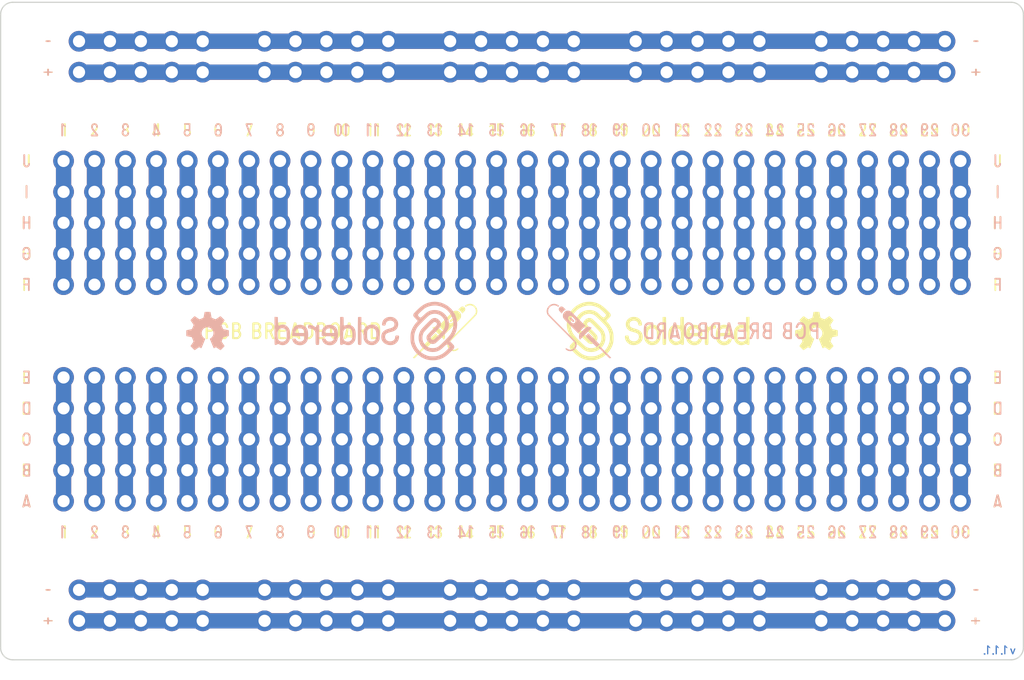
<source format=kicad_pcb>
(kicad_pcb (version 20210623) (generator pcbnew)
  (title_block (title "PCB breadboard") (date "2021-07-15") (rev "V1.1.1.") (company "SOLDERED") (comment 1 "333031"))
  (layers (0 "F.Cu" signal) (31 "B.Cu" signal) (34 "B.Paste" user) (35 "F.Paste" user) (36 "B.SilkS" user "B.Silkscreen") (37 "F.SilkS" user "F.Silkscreen") (38 "B.Mask" user) (39 "F.Mask" user) (44 "Edge.Cuts" user))
  (net 0 "")
  (net 1 "Net-(K1-Pad1)")
  (net 2 "Net-(K25-Pad1)")
  (net 3 "Net-(K10-Pad1)")
  (net 4 "Net-(K11-Pad1)")
  (net 5 "Net-(K12-Pad1)")
  (net 6 "Net-(K13-Pad1)")
  (net 7 "Net-(K14-Pad1)")
  (net 8 "Net-(K15-Pad1)")
  (net 9 "Net-(K16-Pad1)")
  (net 10 "Net-(K17-Pad1)")
  (net 11 "Net-(K18-Pad1)")
  (net 12 "Net-(K19-Pad1)")
  (net 13 "Net-(K20-Pad1)")
  (net 14 "Net-(K21-Pad1)")
  (net 15 "Net-(K22-Pad1)")
  (net 16 "Net-(K23-Pad1)")
  (net 17 "Net-(K24-Pad1)")
  (net 18 "Net-(K29-Pad1)")
  (net 19 "Net-(K30-Pad1)")
  (net 20 "Net-(K31-Pad1)")
  (net 21 "Net-(K32-Pad1)")
  (net 22 "Net-(K33-Pad1)")
  (net 23 "Net-(K34-Pad1)")
  (net 24 "Net-(K35-Pad1)")
  (net 25 "Net-(K36-Pad1)")
  (net 26 "Net-(K39-Pad1)")
  (net 27 "Net-(K40-Pad1)")
  (net 28 "Net-(K41-Pad1)")
  (net 29 "Net-(K42-Pad1)")
  (net 30 "Net-(K45-Pad1)")
  (net 31 "Net-(K46-Pad1)")
  (net 32 "Net-(K47-Pad1)")
  (net 33 "Net-(K48-Pad1)")
  (net 34 "Net-(K49-Pad1)")
  (net 35 "Net-(K50-Pad1)")
  (net 36 "Net-(K51-Pad1)")
  (net 37 "Net-(K52-Pad1)")
  (net 38 "Net-(K57-Pad1)")
  (net 39 "Net-(K58-Pad1)")
  (net 40 "Net-(K59-Pad1)")
  (net 41 "Net-(K60-Pad1)")
  (net 42 "Net-(K61-Pad1)")
  (net 43 "Net-(K62-Pad1)")
  (net 44 "Net-(K63-Pad1)")
  (net 45 "Net-(K64-Pad1)")
  (net 46 "Net-(K65-Pad1)")
  (net 47 "Net-(K66-Pad1)")
  (net 48 "Net-(K67-Pad1)")
  (net 49 "Net-(K68-Pad1)")
  (net 50 "Net-(K76-Pad1)")
  (net 51 "Net-(K26-Pad1)")
  (net 52 "Net-(K27-Pad1)")
  (net 53 "Net-(K28-Pad1)")
  (net 54 "Net-(K37-Pad1)")
  (net 55 "Net-(K38-Pad1)")
  (net 56 "Net-(K43-Pad1)")
  (net 57 "Net-(K44-Pad1)")
  (net 58 "Net-(K53-Pad1)")
  (net 59 "Net-(K54-Pad1)")
  (net 60 "Net-(K55-Pad1)")
  (net 61 "Net-(K56-Pad1)")
  (net 62 "Net-(K69-Pad1)")
  (net 63 "Net-(K70-Pad1)")
  (net 64 "Net-(K71-Pad1)")
  (footprint "e-radionica.com footprinti:HEADER_MALE_5X1" (layer "F.Cu") (at 139.79 134.29 90)
    (fp_text reference "K59")
    (fp_text value "HEADER_MALE_5X1")
  )
  (footprint "e-radionica.com footprinti:HEADER_MALE_5X1" (layer "F.Cu") (at 137.25 116.51 90)
    (fp_text reference "K28")
    (fp_text value "HEADER_MALE_5X1")
  )
  (footprint "buzzardLabel" (layer "F.Cu") (at 132.17 108.89)
    (fp_text reference "")
    (fp_text value "")
  )
  (footprint "buzzardLabel" (layer "F.Cu") (at 160.11 108.89)
    (fp_text reference "")
    (fp_text value "")
  )
  (footprint "buzzardLabel" (layer "F.Cu") (at 139.79 141.91)
    (fp_text reference "")
    (fp_text value "")
  )
  (footprint "e-radionica.com footprinti:HEADER_MALE_5X1" (layer "F.Cu") (at 142.33 116.51 90)
    (fp_text reference "K30")
    (fp_text value "HEADER_MALE_5X1")
  )
  (footprint "buzzardLabel" (layer "F.Cu") (at 92.8 101.6)
    (fp_text reference "")
    (fp_text value "")
  )
  (footprint "e-radionica.com footprinti:HEADER_MALE_5X1" (layer "F.Cu") (at 165.19 116.51 90)
    (fp_text reference "K39")
    (fp_text value "HEADER_MALE_5X1")
  )
  (footprint "buzzardLabel" (layer "F.Cu") (at 99.15 141.91)
    (fp_text reference "")
    (fp_text value "")
  )
  (footprint "e-radionica.com footprinti:HEADER_MALE_5X1" (layer "F.Cu") (at 149.95 134.29 90)
    (fp_text reference "K63")
    (fp_text value "HEADER_MALE_5X1")
  )
  (footprint "e-radionica.com footprinti:HEADER_MALE_5X1" (layer "F.Cu") (at 106.77 134.29 90)
    (fp_text reference "K46")
    (fp_text value "HEADER_MALE_5X1")
  )
  (footprint "e-radionica.com footprinti:HEADER_MALE_5X1" (layer "F.Cu") (at 155.03 116.51 90)
    (fp_text reference "K35")
    (fp_text value "HEADER_MALE_5X1")
  )
  (footprint "buzzardLabel" (layer "F.Cu") (at 165.19 108.89)
    (fp_text reference "")
    (fp_text value "")
  )
  (footprint "buzzardLabel" (layer "F.Cu") (at 168.97 149.2)
    (fp_text reference "")
    (fp_text value "")
  )
  (footprint "e-radionica.com footprinti:HEADER_MALE_5X1" (layer "F.Cu") (at 101.69 116.51 90)
    (fp_text reference "K14")
    (fp_text value "HEADER_MALE_5X1")
  )
  (footprint "buzzardLabel" (layer "F.Cu") (at 109.31 108.89)
    (fp_text reference "")
    (fp_text value "")
  )
  (footprint "buzzardLabel" (layer "F.Cu") (at 139.79 108.89)
    (fp_text reference "")
    (fp_text value "")
  )
  (footprint "e-radionica.com footprinti:HEADER_MALE_5X1" (layer "F.Cu") (at 146.14 104.14)
    (fp_text reference "K9")
    (fp_text value "HEADER_MALE_5X1")
  )
  (footprint "e-radionica.com footprinti:HEADER_MALE_5X1" (layer "F.Cu") (at 109.31 134.29 90)
    (fp_text reference "K47")
    (fp_text value "HEADER_MALE_5X1")
  )
  (footprint "e-radionica.com footprinti:HEADER_MALE_5X1" (layer "F.Cu") (at 132.17 134.29 90)
    (fp_text reference "K56")
    (fp_text value "HEADER_MALE_5X1")
  )
  (footprint "buzzardLabel" (layer "F.Cu") (at 91.022 131.75)
    (fp_text reference "")
    (fp_text value "")
  )
  (footprint "e-radionica.com footprinti:HEADER_MALE_5X1" (layer "F.Cu") (at 147.41 116.51 90)
    (fp_text reference "K32")
    (fp_text value "HEADER_MALE_5X1")
  )
  (footprint "e-radionica.com footprinti:HEADER_MALE_5X1" (layer "F.Cu") (at 127.09 134.29 90)
    (fp_text reference "K54")
    (fp_text value "HEADER_MALE_5X1")
  )
  (footprint "buzzardLabel" (layer "F.Cu") (at 92.8 146.66)
    (fp_text reference "")
    (fp_text value "")
  )
  (footprint "buzzardLabel" (layer "F.Cu") (at 91.022 116.51)
    (fp_text reference "")
    (fp_text value "")
  )
  (footprint "e-radionica.com footprinti:HEADER_MALE_5X1" (layer "F.Cu") (at 132.17 116.51 90)
    (fp_text reference "K26")
    (fp_text value "HEADER_MALE_5X1")
  )
  (footprint "buzzardLabel" (layer "F.Cu") (at 165.19 141.91)
    (fp_text reference "")
    (fp_text value "")
  )
  (footprint "e-radionica.com footprinti:HEADER_MALE_5X1" (layer "F.Cu") (at 111.85 116.51 90)
    (fp_text reference "K18")
    (fp_text value "HEADER_MALE_5X1")
  )
  (footprint "buzzardLabel" (layer "F.Cu") (at 169 101.6)
    (fp_text reference "")
    (fp_text value "")
  )
  (footprint "e-radionica.com footprinti:HEADER_MALE_5X1" (layer "F.Cu") (at 101.69 134.29 90)
    (fp_text reference "K44")
    (fp_text value "HEADER_MALE_5X1")
  )
  (footprint "buzzardLabel" (layer "F.Cu") (at 167.73 141.91)
    (fp_text reference "")
    (fp_text value "")
  )
  (footprint "buzzardLabel" (layer "F.Cu") (at 147.41 141.91)
    (fp_text reference "")
    (fp_text value "")
  )
  (footprint "buzzardLabel" (layer "F.Cu") (at 114.39 108.89)
    (fp_text reference "")
    (fp_text value "")
  )
  (footprint "buzzardLabel" (layer "F.Cu") (at 91.022 121.59)
    (fp_text reference "")
    (fp_text value "")
  )
  (footprint "buzzardLabel" (layer "F.Cu") (at 111.85 108.89)
    (fp_text reference "")
    (fp_text value "")
  )
  (footprint "buzzardLabel" (layer "F.Cu") (at 109.31 141.91)
    (fp_text reference "")
    (fp_text value "")
  )
  (footprint "buzzardLabel" (layer "F.Cu") (at 170.778 113.97)
    (fp_text reference "")
    (fp_text value "")
  )
  (footprint "buzzardLabel" (layer "F.Cu") (at 129.63 141.91)
    (fp_text reference "")
    (fp_text value "")
  )
  (footprint "e-radionica.com footprinti:HEADER_MALE_5X1" (layer "F.Cu") (at 104.23 116.51 90)
    (fp_text reference "K15")
    (fp_text value "HEADER_MALE_5X1")
  )
  (footprint "buzzardLabel" (layer "F.Cu") (at 149.95 141.91)
    (fp_text reference "")
    (fp_text value "")
  )
  (footprint "Soldered Graphics:Logo-Back-OSH-3.5mm" (layer "F.Cu") (at 105.9 125.4)
    (fp_text reference "G***" hide)
    (fp_text value "LOGO" hide)
  )
  (footprint "e-radionica.com footprinti:HEADER_MALE_5X1" (layer "F.Cu") (at 115.66 101.6)
    (fp_text reference "K2")
    (fp_text value "HEADER_MALE_5X1")
  )
  (footprint "e-radionica.com footprinti:HOLE_3.2mm" (layer "F.Cu") (at 98.9 125.4)
    (fp_text reference "H1" hide)
    (fp_text value "HOLE_3.2mm" hide)
  )
  (footprint "Soldered Graphics:Logo-Back-SolderedFULL-15mm" (layer "F.Cu") (at 118.9 125.4)
    (fp_text reference "REF**" hide)
    (fp_text value "Logo-Front-SolderedFULL-15mm" hide)
  )
  (footprint "e-radionica.com footprinti:HEADER_MALE_5X1" (layer "F.Cu") (at 106.77 116.51 90)
    (fp_text reference "K16")
    (fp_text value "HEADER_MALE_5X1")
  )
  (footprint "e-radionica.com footprinti:HEADER_MALE_5X1" (layer "F.Cu") (at 99.15 116.51 90)
    (fp_text reference "K13")
    (fp_text value "HEADER_MALE_5X1")
  )
  (footprint "buzzardLabel" (layer "F.Cu") (at 124.55 141.91)
    (fp_text reference "")
    (fp_text value "")
  )
  (footprint "e-radionica.com footprinti:HOLE_3.2mm" (layer "F.Cu") (at 130.9 125.4)
    (fp_text reference "H3" hide)
    (fp_text value "HOLE_3.2mm" hide)
  )
  (footprint "buzzardLabel" (layer "F.Cu") (at 92.8 104.14)
    (fp_text reference "")
    (fp_text value "")
  )
  (footprint "buzzardLabel" (layer "F.Cu") (at 96.61 108.89)
    (fp_text reference "")
    (fp_text value "")
  )
  (footprint "buzzardLabel" (layer "F.Cu") (at 142.33 141.91)
    (fp_text reference "")
    (fp_text value "")
  )
  (footprint "buzzardLabel" (layer "F.Cu") (at 132.17 141.91)
    (fp_text reference "")
    (fp_text value "")
  )
  (footprint "buzzardLabel" (layer "F.Cu") (at 101.69 141.91)
    (fp_text reference "")
    (fp_text value "")
  )
  (footprint "e-radionica.com footprinti:HEADER_MALE_5X1" (layer "F.Cu") (at 160.11 116.51 90)
    (fp_text reference "K37")
    (fp_text value "HEADER_MALE_5X1")
  )
  (footprint "e-radionica.com footprinti:HEADER_MALE_5X1" (layer "F.Cu") (at 130.9 101.6)
    (fp_text reference "K3")
    (fp_text value "HEADER_MALE_5X1")
  )
  (footprint "buzzardLabel" (layer "F.Cu") (at 155.03 141.91)
    (fp_text reference "")
    (fp_text value "")
  )
  (footprint "e-radionica.com footprinti:HEADER_MALE_5X1" (layer "F.Cu") (at 130.9 146.66)
    (fp_text reference "K73")
    (fp_text value "HEADER_MALE_5X1")
  )
  (footprint "e-radionica.com footprinti:HEADER_MALE_5X1" (layer "F.Cu") (at 161.38 149.2)
    (fp_text reference "K80")
    (fp_text value "HEADER_MALE_5X1")
  )
  (footprint "e-radionica.com footprinti:HEADER_MALE_5X1" (layer "F.Cu") (at 124.55 116.51 90)
    (fp_text reference "K23")
    (fp_text value "HEADER_MALE_5X1")
  )
  (footprint "e-radionica.com footprinti:HEADER_MALE_5X1" (layer "F.Cu") (at 162.65 134.29 90)
    (fp_text reference "K68")
    (fp_text value "HEADER_MALE_5X1")
  )
  (footprint "e-radionica.com footprinti:HEADER_MALE_5X1" (layer "F.Cu") (at 161.38 101.6)
    (fp_text reference "K5")
    (fp_text value "HEADER_MALE_5X1")
  )
  (footprint "e-radionica.com footprinti:HEADER_MALE_5X1" (layer "F.Cu") (at 134.71 116.51 90)
    (fp_text reference "K27")
    (fp_text value "HEADER_MALE_5X1")
  )
  (footprint "buzzardLabel" (layer "F.Cu") (at 157.57 108.89)
    (fp_text reference "")
    (fp_text value "")
  )
  (footprint "e-radionica.com footprinti:HEADER_MALE_5X1" (layer "F.Cu") (at 152.49 134.29 90)
    (fp_text reference "K64")
    (fp_text value "HEADER_MALE_5X1")
  )
  (footprint "buzzardLabel" (layer "F.Cu") (at 170.778 116.51)
    (fp_text reference "")
    (fp_text value "")
  )
  (footprint "buzzardLabel" (layer "F.Cu") (at 169 146.66)
    (fp_text reference "")
    (fp_text value "")
  )
  (footprint "e-radionica.com footprinti:HEADER_MALE_5X1" (layer "F.Cu") (at 129.63 116.51 90)
    (fp_text reference "K25")
    (fp_text value "HEADER_MALE_5X1")
  )
  (footprint "buzzardLabel" (layer "F.Cu") (at 106.77 141.91)
    (fp_text reference "")
    (fp_text value "")
  )
  (footprint "e-radionica.com footprinti:HEADER_MALE_5X1" (layer "F.Cu") (at 157.57 116.51 90)
    (fp_text reference "K36")
    (fp_text value "HEADER_MALE_5X1")
  )
  (footprint "buzzardLabel" (layer "F.Cu") (at 147.41 108.89)
    (fp_text reference "")
    (fp_text value "")
  )
  (footprint "e-radionica.com footprinti:HEADER_MALE_5X1" (layer "F.Cu") (at 119.47 116.51 90)
    (fp_text reference "K21")
    (fp_text value "HEADER_MALE_5X1")
  )
  (footprint "buzzardLabel" (layer "F.Cu") (at 91.022 129.21)
    (fp_text reference "")
    (fp_text value "")
  )
  (footprint "buzzardLabel" (layer "F.Cu") (at 91.022 134.29)
    (fp_text reference "")
    (fp_text value "")
  )
  (footprint "buzzardLabel" (layer "F.Cu") (at 160.11 141.91)
    (fp_text reference "")
    (fp_text value "")
  )
  (footprint "e-radionica.com footprinti:HEADER_MALE_5X1" (layer "F.Cu") (at 100.42 101.6)
    (fp_text reference "K1")
    (fp_text value "HEADER_MALE_5X1")
  )
  (footprint "Soldered Graphics:Logo-Front-SolderedFULL-15mm" (layer "F.Cu") (at 142.9 125.4)
    (fp_text reference "REF**" hide)
    (fp_text value "Logo-Front-SolderedFULL-15mm" hide)
  )
  (footprint "e-radionica.com footprinti:HEADER_MALE_5X1" (layer "F.Cu") (at 146.14 149.2)
    (fp_text reference "K79")
    (fp_text value "HEADER_MALE_5X1")
  )
  (footprint "e-radionica.com footprinti:HEADER_MALE_5X1" (layer "F.Cu") (at 100.42 104.14)
    (fp_text reference "K6")
    (fp_text value "HEADER_MALE_5X1")
  )
  (footprint "buzzardLabel" (layer "F.Cu") (at 170.778 131.75)
    (fp_text reference "")
    (fp_text value "")
  )
  (footprint "buzzardLabel" (layer "F.Cu") (at 149.95 108.89)
    (fp_text reference "")
    (fp_text value "")
  )
  (footprint "e-radionica.com footprinti:HEADER_MALE_5X1" (layer "F.Cu") (at 119.47 134.29 90)
    (fp_text reference "K51")
    (fp_text value "HEADER_MALE_5X1")
  )
  (footprint "e-radionica.com footprinti:HEADER_MALE_5X1" (layer "F.Cu") (at 94.07 134.29 90)
    (fp_text reference "K41")
    (fp_text value "HEADER_MALE_5X1")
  )
  (footprint "e-radionica.com footprinti:HEADER_MALE_5X1" (layer "F.Cu") (at 104.23 134.29 90)
    (fp_text reference "K45")
    (fp_text value "HEADER_MALE_5X1")
  )
  (footprint "buzzardLabel" (layer "F.Cu") (at 122.01 108.89)
    (fp_text reference "")
    (fp_text value "")
  )
  (footprint "e-radionica.com footprinti:HEADER_MALE_5X1" (layer "F.Cu") (at 167.73 116.51 90)
    (fp_text reference "K40")
    (fp_text value "HEADER_MALE_5X1")
  )
  (footprint "Soldered Graphics:Logo-Front-OSH-3.5mm" (layer "F.Cu") (at 155.9 125.4)
    (fp_text reference "G***" hide)
    (fp_text value "LOGO" hide)
  )
  (footprint "e-radionica.com footprinti:HOLE_3.2mm" (layer "F.Cu") (at 162.9 125.4)
    (fp_text reference "H2" hide)
    (fp_text value "HOLE_3.2mm" hide)
  )
  (footprint "buzzardLabel" (layer "F.Cu") (at 129.63 108.89)
    (fp_text reference "")
    (fp_text value "")
  )
  (footprint "e-radionica.com footprinti:HEADER_MALE_5X1" (layer "F.Cu") (at 94.07 116.51 90)
    (fp_text reference "K11")
    (fp_text value "HEADER_MALE_5X1")
  )
  (footprint "e-radionica.com footprinti:HEADER_MALE_5X1" (layer "F.Cu") (at 144.87 116.51 90)
    (fp_text reference "K31")
    (fp_text value "HEADER_MALE_5X1")
  )
  (footprint "Soldered Graphics:Symbol-Front-Soldering" (layer "F.Cu") (at 125.4 125.4)
    (fp_text reference "G***" hide)
    (fp_text value "LOGO" hide)
  )
  (footprint "buzzardLabel" (layer "F.Cu") (at 170.778 129.21)
    (fp_text reference "")
    (fp_text value "")
  )
  (footprint "e-radionica.com footprinti:HEADER_MALE_5X1" (layer "F.Cu") (at 99.15 134.29 90)
    (fp_text reference "K43")
    (fp_text value "HEADER_MALE_5X1")
  )
  (footprint "buzzardLabel" (layer "F.Cu") (at 116.93 108.89)
    (fp_text reference "")
    (fp_text value "")
  )
  (footprint "e-radionica.com footprinti:HEADER_MALE_5X1" (layer "F.Cu") (at 115.66 146.66)
    (fp_text reference "K72")
    (fp_text value "HEADER_MALE_5X1")
  )
  (footprint "e-radionica.com footprinti:HEADER_MALE_5X1" (layer "F.Cu") (at 149.95 116.51 90)
    (fp_text reference "K33")
    (fp_text value "HEADER_MALE_5X1")
  )
  (footprint "buzzardLabel" (layer "F.Cu") (at 152.49 141.91)
    (fp_text reference "")
    (fp_text value "")
  )
  (footprint "buzzardLabel" (layer "F.Cu") (at 92.8 149.2)
    (fp_text reference "")
    (fp_text value "")
  )
  (footprint "buzzardLabel" (layer "F.Cu") (at 119.47 141.91)
    (fp_text reference "")
    (fp_text value "")
  )
  (footprint "buzzardLabel" (layer "F.Cu") (at 111.85 141.91)
    (fp_text reference "")
    (fp_text value "")
  )
  (footprint "e-radionica.com footprinti:HEADER_MALE_5X1" (layer "F.Cu") (at 129.63 134.29 90)
    (fp_text reference "K55")
    (fp_text value "HEADER_MALE_5X1")
  )
  (footprint "e-radionica.com footprinti:HEADER_MALE_5X1" (layer "F.Cu") (at 124.55 134.29 90)
    (fp_text reference "K53")
    (fp_text value "HEADER_MALE_5X1")
  )
  (footprint "buzzardLabel" (layer "F.Cu") (at 127.09 108.89)
    (fp_text reference "")
    (fp_text value "")
  )
  (footprint "e-radionica.com footprinti:HEADER_MALE_5X1" (layer "F.Cu") (at 134.71 134.29 90)
    (fp_text reference "K57")
    (fp_text value "HEADER_MALE_5X1")
  )
  (footprint "buzzardLabel" (layer "F.Cu") (at 170.778 121.59)
    (fp_text reference "")
    (fp_text value "")
  )
  (footprint "e-radionica.com footprinti:HEADER_MALE_5X1" (layer "F.Cu") (at 161.38 104.14)
    (fp_text reference "K10")
    (fp_text value "HEADER_MALE_5X1")
  )
  (footprint "buzzardLabel" (layer "F.Cu") (at 170.778 139.37)
    (fp_text reference "")
    (fp_text value "")
  )
  (footprint "e-radionica.com footprinti:HEADER_MALE_5X1" (layer "F.Cu") (at 130.9 104.14)
    (fp_text reference "K8")
    (fp_text value "HEADER_MALE_5X1")
  )
  (footprint "buzzardLabel" (layer "F.Cu") (at 101.69 108.89)
    (fp_text reference "")
    (fp_text value "")
  )
  (footprint "e-radionica.com footprinti:HEADER_MALE_5X1" (layer "F.Cu") (at 115.66 104.14)
    (fp_text reference "K7")
    (fp_text value "HEADER_MALE_5X1")
  )
  (footprint "e-radionica.com footprinti:HEADER_MALE_5X1" (layer "F.Cu") (at 127.09 116.51 90)
    (fp_text reference "K24")
    (fp_text value "HEADER_MALE_5X1")
  )
  (footprint "e-radionica.com footprinti:HEADER_MALE_5X1" (layer "F.Cu") (at 114.39 116.51 90)
    (fp_text reference "K19")
    (fp_text value "HEADER_MALE_5X1")
  )
  (footprint "e-radionica.com footprinti:HEADER_MALE_5X1" (layer "F.Cu") (at 114.39 134.29 90)
    (fp_text reference "K49")
    (fp_text value "HEADER_MALE_5X1")
  )
  (footprint "buzzardLabel" (layer "F.Cu") (at 124.55 108.89)
    (fp_text reference "")
    (fp_text value "")
  )
  (footprint "buzzardLabel" (layer "F.Cu") (at 94.07 141.91)
    (fp_text reference "")
    (fp_text value "")
  )
  (footprint "buzzardLabel" (layer "F.Cu") (at 170.778 119.05)
    (fp_text reference "")
    (fp_text value "")
  )
  (footprint "buzzardLabel" (layer "F.Cu") (at 91.022 136.83)
    (fp_text reference "")
    (fp_text value "")
  )
  (footprint "buzzardLabel" (layer "F.Cu") (at 134.71 108.89)
    (fp_text reference "")
    (fp_text value "")
  )
  (footprint "e-radionica.com footprinti:HEADER_MALE_5X1" (layer "F.Cu") (at 167.73 134.29 90)
    (fp_text reference "K70")
    (fp_text value "HEADER_MALE_5X1")
  )
  (footprint "buzzardLabel" (layer "F.Cu") (at 169 104.14)
    (fp_text reference "")
    (fp_text value "")
  )
  (footprint "buzzardLabel" (layer "F.Cu") (at 91.022 139.37)
    (fp_text reference "")
    (fp_text value "")
  )
  (footprint "buzzardLabel" (layer "F.Cu") (at 91.022 111.43)
    (fp_text reference "")
    (fp_text value "")
  )
  (footprint "buzzardLabel" (layer "F.Cu") (at 170.778 136.83)
    (fp_text reference "")
    (fp_text value "")
  )
  (footprint "e-radionica.com footprinti:HEADER_MALE_5X1" (layer "F.Cu") (at 130.9 149.2)
    (fp_text reference "K78")
    (fp_text value "HEADER_MALE_5X1")
  )
  (footprint "buzzardLabel" (layer "F.Cu") (at 142.33 108.89)
    (fp_text reference "")
    (fp_text value "")
  )
  (footprint "buzzardLabel" (layer "F.Cu") (at 157.57 141.91)
    (fp_text reference "")
    (fp_text value "")
  )
  (footprint "buzzardLabel" (layer "F.Cu") (at 170.778 134.29)
    (fp_text reference "")
    (fp_text value "")
  )
  (footprint "buzzardLabel" (layer "F.Cu") (at 144.87 141.91)
    (fp_text reference "")
    (fp_text value "")
  )
  (footprint "e-radionica.com footprinti:HEADER_MALE_5X1" (layer "F.Cu") (at 100.42 146.66)
    (fp_text reference "K71")
    (fp_text value "HEADER_MALE_5X1")
  )
  (footprint "e-radionica.com footprinti:HEADER_MALE_5X1" (layer "F.Cu") (at 139.79 116.51 90)
    (fp_text reference "K29")
    (fp_text value "HEADER_MALE_5X1")
  )
  (footprint "e-radionica.com footprinti:HEADER_MALE_5X1" (layer "F.Cu") (at 144.87 134.29 90)
    (fp_text reference "K61")
    (fp_text value "HEADER_MALE_5X1")
  )
  (footprint "buzzardLabel" (layer "F.Cu") (at 114.39 141.91)
    (fp_text reference "")
    (fp_text value "")
  )
  (footprint "buzzardLabel" (layer "F.Cu") (at 112.9 125.4)
    (fp_text reference "")
    (fp_text value "")
  )
  (footprint "buzzardLabel" (layer "F.Cu") (at 96.61 141.91)
    (fp_text reference "")
    (fp_text value "")
  )
  (footprint "buzzardLabel" (layer "F.Cu") (at 144.87 108.89)
    (fp_text reference "")
    (fp_text value "")
  )
  (footprint "e-radionica.com footprinti:HEADER_MALE_5X1" (layer "F.Cu") (at 146.14 146.66)
    (fp_text reference "K74")
    (fp_text value "HEADER_MALE_5X1")
  )
  (footprint "e-radionica.com footprinti:HEADER_MALE_5X1" (layer "F.Cu") (at 161.38 146.66)
    (fp_text reference "K75")
    (fp_text value "HEADER_MALE_5X1")
  )
  (footprint "buzzardLabel" (layer "F.Cu") (at 106.77 108.89)
    (fp_text reference "")
    (fp_text value "")
  )
  (footprint "e-radionica.com footprinti:HEADER_MALE_5X1" (layer "F.Cu") (at 147.41 134.29 90)
    (fp_text reference "K62")
    (fp_text value "HEADER_MALE_5X1")
  )
  (footprint "e-radionica.com footprinti:HEADER_MALE_5X1" (layer "F.Cu") (at 142.33 134.29 90)
    (fp_text reference "K60")
    (fp_text value "HEADER_MALE_5X1")
  )
  (footprint "e-radionica.com footprinti:HEADER_MALE_5X1" (layer "F.Cu") (at 96.61 134.29 90)
    (fp_text reference "K42")
    (fp_text value "HEADER_MALE_5X1")
  )
  (footprint "buzzardLabel" (layer "F.Cu") (at 152.49 108.89)
    (fp_text reference "")
    (fp_text value "")
  )
  (footprint "e-radionica.com footprinti:HEADER_MALE_5X1" (layer "F.Cu") (at 137.25 134.29 90)
    (fp_text reference "K58")
    (fp_text value "HEADER_MALE_5X1")
  )
  (footprint "buzzardLabel" (layer "F.Cu") (at 119.47 108.89)
    (fp_text reference "")
    (fp_text value "")
  )
  (footprint "buzzardLabel" (layer "F.Cu") (at 99.15 108.89)
    (fp_text reference "")
    (fp_text value "")
  )
  (footprint "buzzardLabel" (layer "F.Cu") (at 162.65 108.89)
    (fp_text reference "")
    (fp_text value "")
  )
  (footprint "e-radionica.com footprinti:HEADER_MALE_5X1" (layer "F.Cu") (at 100.42 149.2)
    (fp_text reference "K76")
    (fp_text value "HEADER_MALE_5X1")
  )
  (footprint "e-radionica.com footprinti:HEADER_MALE_5X1" (layer "F.Cu") (at 109.31 116.51 90)
    (fp_text reference "K17")
    (fp_text value "HEADER_MALE_5X1")
  )
  (footprint "buzzardLabel" (layer "F.Cu") (at 91.022 119.05)
    (fp_text reference "")
    (fp_text value "")
  )
  (footprint "buzzardLabel" (layer "F.Cu") (at 127.09 141.91)
    (fp_text reference "")
    (fp_text value "")
  )
  (footprint "e-radionica.com footprinti:HEADER_MALE_5X1" (layer "F.Cu") (at 157.57 134.29 90)
    (fp_text reference "K66")
    (fp_text value "HEADER_MALE_5X1")
  )
  (footprint "e-radionica.com footprinti:HEADER_MALE_5X1" (layer "F.Cu") (at 152.49 116.51 90)
    (fp_text reference "K34")
    (fp_text value "HEADER_MALE_5X1")
  )
  (footprint "buzzardLabel" (layer "F.Cu") (at 116.93 141.91)
    (fp_text reference "")
    (fp_text value "")
  )
  (footprint "e-radionica.com footprinti:HEADER_MALE_5X1" (layer "F.Cu") (at 155.03 134.29 90)
    (fp_text reference "K65")
    (fp_text value "HEADER_MALE_5X1")
  )
  (footprint "e-radionica.com footprinti:HEADER_MALE_5X1" (layer "F.Cu") (at 146.14 101.6)
    (fp_text reference "K4")
    (fp_text value "HEADER_MALE_5X1")
  )
  (footprint "buzzardLabel" (layer "F.Cu") (at 122.01 141.91)
    (fp_text reference "")
    (fp_text value "")
  )
  (footprint "buzzardLabel" (layer "F.Cu") (at 134.71 141.91)
    (fp_text reference "")
    (fp_text value "")
  )
  (footprint "buzzardLabel" (layer "F.Cu") (at 167.73 108.89)
    (fp_text reference "")
    (fp_text value "")
  )
  (footprint "buzzardLabel" (layer "F.Cu") (at 104.23 141.91)
    (fp_text reference "")
    (fp_text value "")
  )
  (footprint "e-radionica.com footprinti:HEADER_MALE_5X1" (layer "F.Cu") (at 165.19 134.29 90)
    (fp_text reference "K69")
    (fp_text value "HEADER_MALE_5X1")
  )
  (footprint "e-radionica.com footprinti:HEADER_MALE_5X1" (layer "F.Cu") (at 122.01 116.51 90)
    (fp_text reference "K22")
    (fp_text value "HEADER_MALE_5X1")
  )
  (footprint "e-radionica.com footprinti:HEADER_MALE_5X1" (layer "F.Cu") (at 160.11 134.29 90)
    (fp_text reference "K67")
    (fp_text value "HEADER_MALE_5X1")
  )
  (footprint "e-radionica.com footprinti:HEADER_MALE_5X1" (layer "F.Cu") (at 96.61 116.51 90)
    (fp_text reference "K12")
    (fp_text value "HEADER_MALE_5X1")
  )
  (footprint "e-radionica.com footprinti:HEADER_MALE_5X1" (layer "F.Cu") (at 116.93 134.29 90)
    (fp_text reference "K50")
    (fp_text value "HEADER_MALE_5X1")
  )
  (footprint "e-radionica.com footprinti:HEADER_MALE_5X1" (layer "F.Cu") (at 162.65 116.51 90)
    (fp_text reference "K38")
    (fp_text value "HEADER_MALE_5X1")
  )
  (footprint "buzzardLabel" (layer "F.Cu") (at 155.03 108.89)
    (fp_text reference "")
    (fp_text value "")
  )
  (footprint "e-radionica.com footprinti:HEADER_MALE_5X1" (layer "F.Cu") (at 116.93 116.51 90)
    (fp_text reference "K20")
    (fp_text value "HEADER_MALE_5X1")
  )
  (footprint "e-radionica.com footprinti:HEADER_MALE_5X1" (layer "F.Cu") (at 111.85 134.29 90)
    (fp_text reference "K48")
    (fp_text value "HEADER_MALE_5X1")
  )
  (footprint "buzzardLabel" (layer "F.Cu") (at 137.25 108.89)
    (fp_text reference "")
    (fp_text value "")
  )
  (footprint "buzzardLabel" (layer "F.Cu") (at 162.65 141.91)
    (fp_text reference "")
    (fp_text value "")
  )
  (footprint "buzzardLabel" (layer "F.Cu") (at 104.23 108.89)
    (fp_text reference "")
    (fp_text value "")
  )
  (footprint "buzzardLabel" (layer "F.Cu") (at 170.778 111.43)
    (fp_text reference "")
    (fp_text value "")
  )
  (footprint "buzzardLabel" (layer "F.Cu") (at 137.25 141.91)
    (fp_text reference "")
    (fp_text value "")
  )
  (footprint "e-radionica.com footprinti:HEADER_MALE_5X1" (layer "F.Cu") (at 115.66 149.2)
    (fp_text reference "K77")
    (fp_text value "HEADER_MALE_5X1")
  )
  (footprint "buzzardLabel" (layer "F.Cu") (at 94.07 108.89)
    (fp_text reference "")
    (fp_text value "")
  )
  (footprint "e-radionica.com footprinti:HEADER_MALE_5X1" (layer "F.Cu") (at 122.01 134.29 90)
    (fp_text reference "K52")
    (fp_text value "HEADER_MALE_5X1")
  )
  (footprint "buzzardLabel" (layer "F.Cu") (at 91.022 113.97)
    (fp_text reference "")
    (fp_text value "")
  )
  (footprint "buzzardLabel" (layer "B.Cu") (at 142.33 108.89 180)
    (fp_text reference "")
    (fp_text value "")
  )
  (footprint "buzzardLabel" (layer "B.Cu") (at 101.69 141.91 180)
    (fp_text reference "")
    (fp_text value "")
  )
  (footprint "buzzardLabel" (layer "B.Cu") (at 170.788 121.59 180)
    (fp_text reference "")
    (fp_text value "")
  )
  (footprint "buzzardLabel" (layer "B.Cu") (at 168.97 149.2 180)
    (fp_text reference "")
    (fp_text value "")
  )
  (footprint "buzzardLabel" (layer "B.Cu") (at 155.03 108.89 180)
    (fp_text reference "")
    (fp_text value "")
  )
  (footprint "buzzardLabel" (layer "B.Cu") (at 106.77 108.89 180)
    (fp_text reference "")
    (fp_text value "")
  )
  (footprint "buzzardLabel" (layer "B.Cu") (at 157.57 108.89 180)
    (fp_text reference "")
    (fp_text value "")
  )
  (footprint "buzzardLabel" (layer "B.Cu") (at 91.032 111.43 180)
    (fp_text reference "")
    (fp_text value "")
  )
  (footprint "buzzardLabel" (layer "B.Cu") (at 157.57 141.91 180)
    (fp_text reference "")
    (fp_text value "")
  )
  (footprint "buzzardLabel" (layer "B.Cu") (at 142.33 141.91 180)
    (fp_text reference "")
    (fp_text value "")
  )
  (footprint "buzzardLabel" (layer "B.Cu") (at 170.788 119.05 180)
    (fp_text reference "")
    (fp_text value "")
  )
  (footprint "buzzardLabel" (layer "B.Cu") (at 111.85 141.91 180)
    (fp_text reference "")
    (fp_text value "")
  )
  (footprint "buzzardLabel" (layer "B.Cu") (at 109.31 141.91 180)
    (fp_text reference "")
    (fp_text value "")
  )
  (footprint "buzzardLabel" (layer "B.Cu") (at 169 146.66 180)
    (fp_text reference "")
    (fp_text value "")
  )
  (footprint "buzzardLabel" (layer "B.Cu") (at 99.15 108.89 180)
    (fp_text reference "")
    (fp_text value "")
  )
  (footprint "buzzardLabel" (layer "B.Cu") (at 101.69 108.89 180)
    (fp_text reference "")
    (fp_text value "")
  )
  (footprint "buzzardLabel" (layer "B.Cu") (at 147.41 141.91 180)
    (fp_text reference "")
    (fp_text value "")
  )
  (footprint "buzzardLabel" (layer "B.Cu") (at 94.07 141.91 180)
    (fp_text reference "")
    (fp_text value "")
  )
  (footprint "buzzardLabel" (layer "B.Cu") (at 160.11 108.89 180)
    (fp_text reference "")
    (fp_text value "")
  )
  (footprint "Soldered Graphics:Version1.1.1." (layer "B.Cu") (at 170.9 151.6 180)
    (fp_text reference "REF**" hide)
    (fp_text value "Version1.1.1." hide)
  )
  (footprint "buzzardLabel" (layer "B.Cu") (at 165.19 141.91 180)
    (fp_text reference "")
    (fp_text value "")
  )
  (footprint "buzzardLabel" (layer "B.Cu") (at 109.31 108.89 180)
    (fp_text reference "")
    (fp_text value "")
  )
  (footprint "buzzardLabel" (layer "B.Cu") (at 170.788 134.29 180)
    (fp_text reference "")
    (fp_text value "")
  )
  (footprint "buzzardLabel" (layer "B.Cu") (at 116.93 141.91 180)
    (fp_text reference "")
    (fp_text value "")
  )
  (footprint "buzzardLabel" (layer "B.Cu") (at 91.032 129.21 180)
    (fp_text reference "")
    (fp_text value "")
  )
  (footprint "buzzardLabel" (layer "B.Cu") (at 170.788 113.97 180)
    (fp_text reference "")
    (fp_text value "")
  )
  (footprint "buzzardLabel" (layer "B.Cu") (at 92.8 149.2 180)
    (fp_text reference "")
    (fp_text value "")
  )
  (footprint "buzzardLabel" (layer "B.Cu") (at 169 101.6 180)
    (fp_text reference "")
    (fp_text value "")
  )
  (footprint "buzzardLabel" (layer "B.Cu") (at 162.65 108.89 180)
    (fp_text reference "")
    (fp_text value "")
  )
  (footprint "buzzardLabel" (layer "B.Cu") (at 92.8 146.66 180)
    (fp_text reference "")
    (fp_text value "")
  )
  (footprint "buzzardLabel" (layer "B.Cu") (at 137.25 141.91 180)
    (fp_text reference "")
    (fp_text value "")
  )
  (footprint "buzzardLabel" (layer "B.Cu") (at 104.23 108.89 180)
    (fp_text reference "")
    (fp_text value "")
  )
  (footprint "buzzardLabel" (layer "B.Cu") (at 170.788 139.37 180)
    (fp_text reference "")
    (fp_text value "")
  )
  (footprint "buzzardLabel" (layer "B.Cu") (at 96.61 108.89 180)
    (fp_text reference "")
    (fp_text value "")
  )
  (footprint "buzzardLabel" (layer "B.Cu") (at 139.79 141.91 180)
    (fp_text reference "")
    (fp_text value "")
  )
  (footprint "buzzardLabel" (layer "B.Cu") (at 147.41 108.89 180)
    (fp_text reference "")
    (fp_text value "")
  )
  (footprint "buzzardLabel" (layer "B.Cu") (at 149.95 108.89 180)
    (fp_text reference "")
    (fp_text value "")
  )
  (footprint "buzzardLabel" (layer "B.Cu") (at 134.71 108.89 180)
    (fp_text reference "")
    (fp_text value "")
  )
  (footprint "buzzardLabel" (layer "B.Cu") (at 155.03 141.91 180)
    (fp_text reference "")
    (fp_text value "")
  )
  (footprint "buzzardLabel" (layer "B.Cu") (at 127.09 141.91 180)
    (fp_text reference "")
    (fp_text value "")
  )
  (footprint "buzzardLabel" (layer "B.Cu") (at 132.17 108.89 180)
    (fp_text reference "")
    (fp_text value "")
  )
  (footprint "buzzardLabel" (layer "B.Cu") (at 116.93 108.89 180)
    (fp_text reference "")
    (fp_text value "")
  )
  (footprint "buzzardLabel" (layer "B.Cu") (at 122.01 141.91 180)
    (fp_text reference "")
    (fp_text value "")
  )
  (footprint "buzzardLabel" (layer "B.Cu") (at 149.95 141.91 180)
    (fp_text reference "")
    (fp_text value "")
  )
  (footprint "buzzardLabel" (layer "B.Cu") (at 114.39 108.89 180)
    (fp_text reference "")
    (fp_text value "")
  )
  (footprint "buzzardLabel" (layer "B.Cu") (at 167.73 108.89 180)
    (fp_text reference "")
    (fp_text value "")
  )
  (footprint "buzzardLabel" (layer "B.Cu") (at 104.23 141.91 180)
    (fp_text reference "")
    (fp_text value "")
  )
  (footprint "buzzardLabel" (layer "B.Cu") (at 91.032 116.51 180)
    (fp_text reference "")
    (fp_text value "")
  )
  (footprint "buzzardLabel" (layer "B.Cu") (at 91.032 121.59 180)
    (fp_text reference "")
    (fp_text value "")
  )
  (footprint "buzzardLabel" (layer "B.Cu") (at 152.49 108.89 180)
    (fp_text reference "")
    (fp_text value "")
  )
  (footprint "buzzardLabel" (layer "B.Cu") (at 165.19 108.89 180)
    (fp_text reference "")
    (fp_text value "")
  )
  (footprint "buzzardLabel" (layer "B.Cu") (at 129.63 108.89 180)
    (fp_text reference "")
    (fp_text value "")
  )
  (footprint "buzzardLabel" (layer "B.Cu") (at 91.032 131.75 180)
    (fp_text reference "")
    (fp_text value "")
  )
  (footprint "Soldered Graphics:Symbol-Front-Soldering" (layer "B.Cu") (at 136.4 125.4 180)
    (fp_text reference "G***" hide)
    (fp_text value "LOGO" hide)
  )
  (footprint "buzzardLabel" (layer "B.Cu") (at 106.77 141.91 180)
    (fp_text reference "")
    (fp_text value "")
  )
  (footprint "buzzardLabel" (layer "B.Cu") (at 122.01 108.89 180)
    (fp_text reference "")
    (fp_text value "")
  )
  (footprint "buzzardLabel" (layer "B.Cu") (at 170.788 136.83 180)
    (fp_text reference "")
    (fp_text value "")
  )
  (footprint "buzzardLabel" (layer "B.Cu") (at 124.55 141.91 180)
    (fp_text reference "")
    (fp_text value "")
  )
  (footprint "buzzardLabel" (layer "B.Cu") (at 127.09 108.89 180)
    (fp_text reference "")
    (fp_text value "")
  )
  (footprint "buzzardLabel" (layer "B.Cu") (at 170.788 129.21 180)
    (fp_text reference "")
    (fp_text value "")
  )
  (footprint "buzzardLabel" (layer "B.Cu") (at 132.17 141.91 180)
    (fp_text reference "")
    (fp_text value "")
  )
  (footprint "buzzardLabel" (layer "B.Cu") (at 170.788 116.51 180)
    (fp_text reference "")
    (fp_text value "")
  )
  (footprint "buzzardLabel" (layer "B.Cu") (at 144.87 108.89 180)
    (fp_text reference "")
    (fp_text value "")
  )
  (footprint "buzzardLabel" (layer "B.Cu") (at 114.39 141.91 180)
    (fp_text reference "")
    (fp_text value "")
  )
  (footprint "buzzardLabel" (layer "B.Cu") (at 170.788 111.43 180)
    (fp_text reference "")
    (fp_text value "")
  )
  (footprint "buzzardLabel" (layer "B.Cu") (at 134.71 141.91 180)
    (fp_text reference "")
    (fp_text value "")
  )
  (footprint "buzzardLabel" (layer "B.Cu") (at 129.63 141.91 180)
    (fp_text reference "")
    (fp_text value "")
  )
  (footprint "buzzardLabel" (layer "B.Cu") (at 91.032 134.29 180)
    (fp_text reference "")
    (fp_text value "")
  )
  (footprint "buzzardLabel" (layer "B.Cu") (at 144.87 141.91 180)
    (fp_text reference "")
    (fp_text value "")
  )
  (footprint "buzzardLabel" (layer "B.Cu") (at 152.49 141.91 180)
    (fp_text reference "")
    (fp_text value "")
  )
  (footprint "buzzardLabel" (layer "B.Cu") (at 94.07 108.89 180)
    (fp_text reference "")
    (fp_text value "")
  )
  (footprint "buzzardLabel" (layer "B.Cu") (at 91.032 139.37 180)
    (fp_text reference "")
    (fp_text value "")
  )
  (footprint "buzzardLabel" (layer "B.Cu") (at 162.65 141.91 180)
    (fp_text reference "")
    (fp_text value "")
  )
  (footprint "buzzardLabel" (layer "B.Cu") (at 119.47 141.91 180)
    (fp_text reference "")
    (fp_text value "")
  )
  (footprint "buzzardLabel" (layer "B.Cu") (at 91.032 136.83 180)
    (fp_text reference "")
    (fp_text value "")
  )
  (footprint "buzzardLabel" (layer "B.Cu") (at 91.032 119.05 180)
    (fp_text reference "")
    (fp_text value "")
  )
  (footprint "buzzardLabel" (layer "B.Cu") (at 92.8 101.6 180)
    (fp_text reference "")
    (fp_text value "")
  )
  (footprint "buzzardLabel" (layer "B.Cu") (at 99.15 141.91 180)
    (fp_text reference "")
    (fp_text value "")
  )
  (footprint "buzzardLabel" (layer "B.Cu") (at 169 104.14 180)
    (fp_text reference "")
    (fp_text value "")
  )
  (footprint "buzzardLabel" (layer "B.Cu") (at 139.79 108.89 180)
    (fp_text reference "")
    (fp_text value "")
  )
  (footprint "buzzardLabel" (layer "B.Cu") (at 111.85 108.89 180)
    (fp_text reference "")
    (fp_text value "")
  )
  (footprint "buzzardLabel" (layer "B.Cu") (at 148.9 125.4 180)
    (fp_text reference "")
    (fp_text value "")
  )
  (footprint "buzzardLabel" (layer "B.Cu") (at 167.73 141.91 180)
    (fp_text reference "")
    (fp_text value "")
  )
  (footprint "buzzardLabel" (layer "B.Cu") (at 119.47 108.89 180)
    (fp_text reference "")
    (fp_text value "")
  )
  (footprint "buzzardLabel" (layer "B.Cu") (at 96.61 141.91 180)
    (fp_text reference "")
    (fp_text value "")
  )
  (footprint "buzzardLabel" (layer "B.Cu") (at 160.11 141.91 180)
    (fp_text reference "")
    (fp_text value "")
  )
  (footprint "buzzardLabel" (layer "B.Cu") (at 91.032 113.97 180)
    (fp_text reference "")
    (fp_text value "")
  )
  (footprint "buzzardLabel" (layer "B.Cu") (at 124.55 108.89 180)
    (fp_text reference "")
    (fp_text value "")
  )
  (footprint "buzzardLabel" (layer "B.Cu") (at 170.788 131.75 180)
    (fp_text reference "")
    (fp_text value "")
  )
  (footprint "buzzardLabel" (layer "B.Cu") (at 92.8 104.14 180)
    (fp_text reference "")
    (fp_text value "")
  )
  (footprint "buzzardLabel" (layer "B.Cu") (at 137.25 108.89 180)
    (fp_text reference "")
    (fp_text value "")
  )
  (gr_line (start 89.9 152.4) (end 171.9 152.4) (layer "Edge.Cuts") (width 0.1))
  (gr_arc (start 171.9 99.4) (end 171.9 98.4) (angle 90) (layer "Edge.Cuts") (width 0.1))
  (gr_line (start 171.9 98.4) (end 89.9 98.4) (layer "Edge.Cuts") (width 0.1))
  (gr_line (start 172.9 151.4) (end 172.9 99.4) (layer "Edge.Cuts") (width 0.1))
  (gr_arc (start 89.9 151.4) (end 89.9 152.4) (angle 90) (layer "Edge.Cuts") (width 0.1))
  (gr_arc (start 89.9 99.4) (end 89.9 98.4) (angle -90) (layer "Edge.Cuts") (width 0.1))
  (gr_arc (start 171.9 151.4) (end 172.9 151.4) (angle 90) (layer "Edge.Cuts") (width 0.1))
  (gr_line (start 88.9 99.4) (end 88.9 151.4) (layer "Edge.Cuts") (width 0.1))
  (segment (start 166.46 101.6) (end 95.34 101.6) (width 1.25) (layer "F.Cu") (net 1))
  (segment (start 95.34 101.6) (end 166.46 101.6) (width 1.25) (layer "B.Cu") (net 1))
  (segment (start 129.63 111.43) (end 129.63 121.59) (width 1.25) (layer "F.Cu") (net 2))
  (segment (start 129.63 121.59) (end 129.63 111.43) (width 1.25) (layer "B.Cu") (net 2))
  (segment (start 95.34 104.14) (end 166.46 104.14) (width 1.25) (layer "F.Cu") (net 3))
  (segment (start 166.46 104.14) (end 95.34 104.14) (width 1.25) (layer "B.Cu") (net 3))
  (segment (start 94.07 121.59) (end 94.07 111.43) (width 1.25) (layer "F.Cu") (net 4))
  (segment (start 94.07 121.59) (end 94.07 111.43) (width 1.25) (layer "B.Cu") (net 4))
  (segment (start 96.61 111.43) (end 96.61 121.59) (width 1.25) (layer "F.Cu") (net 5))
  (segment (start 96.61 111.43) (end 96.61 121.59) (width 1.25) (layer "B.Cu") (net 5))
  (segment (start 99.15 121.59) (end 99.15 111.43) (width 1.25) (layer "F.Cu") (net 6))
  (segment (start 99.15 121.59) (end 99.15 111.43) (width 1.25) (layer "B.Cu") (net 6))
  (segment (start 101.69 111.43) (end 101.69 121.59) (width 1.25) (layer "F.Cu") (net 7))
  (segment (start 101.69 111.43) (end 101.69 121.59) (width 1.25) (layer "B.Cu") (net 7))
  (segment (start 104.23 121.59) (end 104.23 111.43) (width 1.25) (layer "F.Cu") (net 8))
  (segment (start 104.23 121.59) (end 104.23 111.43) (width 1.25) (layer "B.Cu") (net 8))
  (segment (start 106.77 111.43) (end 106.77 121.59) (width 1.25) (layer "F.Cu") (net 9))
  (segment (start 106.77 111.43) (end 106.77 121.59) (width 1.25) (layer "B.Cu") (net 9))
  (segment (start 109.31 121.59) (end 109.31 111.43) (width 1.25) (layer "F.Cu") (net 10))
  (segment (start 109.31 121.59) (end 109.31 111.43) (width 1.25) (layer "B.Cu") (net 10))
  (segment (start 111.85 111.43) (end 111.85 121.59) (width 1.25) (layer "F.Cu") (net 11))
  (segment (start 111.85 111.43) (end 111.85 121.59) (width 1.25) (layer "B.Cu") (net 11))
  (segment (start 114.39 111.43) (end 114.39 121.59) (width 1.25) (layer "F.Cu") (net 12))
  (segment (start 114.39 121.59) (end 114.39 111.43) (width 1.25) (layer "B.Cu") (net 12))
  (segment (start 116.93 121.59) (end 116.93 111.43) (width 1.25) (layer "F.Cu") (net 13))
  (segment (start 116.93 111.43) (end 116.93 121.59) (width 1.25) (layer "B.Cu") (net 13))
  (segment (start 119.47 111.43) (end 119.47 121.59) (width 1.25) (layer "F.Cu") (net 14))
  (segment (start 119.47 121.59) (end 119.47 111.43) (width 1.25) (layer "B.Cu") (net 14))
  (segment (start 122.01 121.59) (end 122.01 111.43) (width 1.25) (layer "F.Cu") (net 15))
  (segment (start 122.01 111.43) (end 122.01 121.59) (width 1.25) (layer "B.Cu") (net 15))
  (segment (start 124.55 111.43) (end 124.55 121.59) (width 1.25) (layer "F.Cu") (net 16))
  (segment (start 124.55 121.59) (end 124.55 111.43) (width 1.25) (layer "B.Cu") (net 16))
  (segment (start 127.09 121.59) (end 127.09 111.43) (width 1.25) (layer "F.Cu") (net 17))
  (segment (start 127.09 111.43) (end 127.09 121.59) (width 1.25) (layer "B.Cu") (net 17))
  (segment (start 139.79 111.43) (end 139.79 121.59) (width 1.25) (layer "F.Cu") (net 18))
  (segment (start 139.79 121.59) (end 139.79 111.43) (width 1.25) (layer "B.Cu") (net 18))
  (segment (start 142.33 121.59) (end 142.33 111.43) (width 1.25) (layer "F.Cu") (net 19))
  (segment (start 142.33 111.43) (end 142.33 121.59) (width 1.25) (layer "B.Cu") (net 19))
  (segment (start 144.87 111.43) (end 144.87 121.59) (width 1.25) (layer "F.Cu") (net 20))
  (segment (start 144.87 121.59) (end 144.87 111.43) (width 1.25) (layer "B.Cu") (net 20))
  (segment (start 147.41 121.59) (end 147.41 111.43) (width 1.25) (layer "F.Cu") (net 21))
  (segment (start 147.41 111.43) (end 147.41 121.59) (width 1.25) (layer "B.Cu") (net 21))
  (segment (start 149.95 111.43) (end 149.95 121.59) (width 1.25) (layer "F.Cu") (net 22))
  (segment (start 149.95 121.59) (end 149.95 111.43) (width 1.25) (layer "B.Cu") (net 22))
  (segment (start 152.49 121.59) (end 152.49 111.43) (width 1.25) (layer "F.Cu") (net 23))
  (segment (start 152.49 111.43) (end 152.49 121.59) (width 1.25) (layer "B.Cu") (net 23))
  (segment (start 155.03 111.43) (end 155.03 121.59) (width 1.25) (layer "F.Cu") (net 24))
  (segment (start 155.03 121.59) (end 155.03 111.43) (width 1.25) (layer "B.Cu") (net 24))
  (segment (start 157.57 121.59) (end 157.57 111.43) (width 1.25) (layer "F.Cu") (net 25))
  (segment (start 157.57 111.43) (end 157.57 121.59) (width 1.25) (layer "B.Cu") (net 25))
  (segment (start 165.19 111.43) (end 165.19 121.59) (width 1.25) (layer "F.Cu") (net 26))
  (segment (start 165.19 121.59) (end 165.19 111.43) (width 1.25) (layer "B.Cu") (net 26))
  (segment (start 167.73 121.59) (end 167.73 111.43) (width 1.25) (layer "F.Cu") (net 27))
  (segment (start 167.73 111.43) (end 167.73 121.59) (width 1.25) (layer "B.Cu") (net 27))
  (segment (start 94.07 139.37) (end 94.07 129.21) (width 1.25) (layer "F.Cu") (net 28))
  (segment (start 94.07 139.37) (end 94.07 129.21) (width 1.25) (layer "B.Cu") (net 28))
  (segment (start 96.61 139.37) (end 96.61 129.21) (width 1.25) (layer "F.Cu") (net 29))
  (segment (start 96.61 129.21) (end 96.61 139.37) (width 1.25) (layer "B.Cu") (net 29))
  (segment (start 104.23 139.37) (end 104.23 129.21) (width 1.25) (layer "F.Cu") (net 30))
  (segment (start 104.23 139.37) (end 104.23 129.21) (width 1.25) (layer "B.Cu") (net 30))
  (segment (start 106.77 129.21) (end 106.77 139.37) (width 1.25) (layer "F.Cu") (net 31))
  (segment (start 106.77 129.21) (end 106.77 139.37) (width 1.25) (layer "B.Cu") (net 31))
  (segment (start 109.31 139.37) (end 109.31 129.21) (width 1.25) (layer "F.Cu") (net 32))
  (segment (start 109.31 139.37) (end 109.31 129.21) (width 1.25) (layer "B.Cu") (net 32))
  (segment (start 111.85 129.21) (end 111.85 139.37) (width 1.25) (layer "F.Cu") (net 33))
  (segment (start 111.85 129.21) (end 111.85 139.37) (width 1.25) (layer "B.Cu") (net 33))
  (segment (start 114.39 139.37) (end 114.39 129.21) (width 1.25) (layer "F.Cu") (net 34))
  (segment (start 114.39 139.37) (end 114.39 129.21) (width 1.25) (layer "B.Cu") (net 34))
  (segment (start 116.93 129.21) (end 116.93 139.37) (width 1.25) (layer "F.Cu") (net 35))
  (segment (start 116.93 129.21) (end 116.93 139.37) (width 1.25) (layer "B.Cu") (net 35))
  (segment (start 119.47 139.37) (end 119.47 129.21) (width 1.25) (layer "F.Cu") (net 36))
  (segment (start 119.47 139.37) (end 119.47 129.21) (width 1.25) (layer "B.Cu") (net 36))
  (segment (start 122.01 129.21) (end 122.01 139.37) (width 1.25) (layer "F.Cu") (net 37))
  (segment (start 122.01 129.21) (end 122.01 139.37) (width 1.25) (layer "B.Cu") (net 37))
  (segment (start 134.71 129.21) (end 134.71 139.37) (width 1.25) (layer "F.Cu") (net 38))
  (segment (start 134.71 139.37) (end 134.71 129.21) (width 1.25) (layer "B.Cu") (net 38))
  (segment (start 137.25 139.37) (end 137.25 129.21) (width 1.25) (layer "F.Cu") (net 39))
  (segment (start 137.25 129.21) (end 137.25 139.37) (width 1.25) (layer "B.Cu") (net 39))
  (segment (start 139.79 129.21) (end 139.79 139.37) (width 1.25) (layer "F.Cu") (net 40))
  (segment (start 139.79 139.37) (end 139.79 129.21) (width 1.25) (layer "B.Cu") (net 40))
  (segment (start 142.33 139.37) (end 142.33 129.21) (width 1.25) (layer "F.Cu") (net 41))
  (segment (start 142.33 129.21) (end 142.33 139.37) (width 1.25) (layer "B.Cu") (net 41))
  (segment (start 144.87 129.21) (end 144.87 139.37) (width 1.25) (layer "F.Cu") (net 42))
  (segment (start 144.87 139.37) (end 144.87 129.21) (width 1.25) (layer "B.Cu") (net 42))
  (segment (start 147.41 139.37) (end 147.41 129.21) (width 1.25) (layer "F.Cu") (net 43))
  (segment (start 147.41 129.21) (end 147.41 139.37) (width 1.25) (layer "B.Cu") (net 43))
  (segment (start 149.95 129.21) (end 149.95 139.37) (width 1.25) (layer "F.Cu") (net 44))
  (segment (start 149.95 139.37) (end 149.95 129.21) (width 1.25) (layer "B.Cu") (net 44))
  (segment (start 152.49 139.37) (end 152.49 129.21) (width 1.25) (layer "F.Cu") (net 45))
  (segment (start 152.49 129.21) (end 152.49 139.37) (width 1.25) (layer "B.Cu") (net 45))
  (segment (start 155.03 129.21) (end 155.03 139.37) (width 1.25) (layer "F.Cu") (net 46))
  (segment (start 155.03 139.37) (end 155.03 129.21) (width 1.25) (layer "B.Cu") (net 46))
  (segment (start 157.57 139.37) (end 157.57 129.21) (width 1.25) (layer "F.Cu") (net 47))
  (segment (start 157.57 129.21) (end 157.57 139.37) (width 1.25) (layer "B.Cu") (net 47))
  (segment (start 160.11 129.21) (end 160.11 139.37) (width 1.25) (layer "F.Cu") (net 48))
  (segment (start 160.11 139.37) (end 160.11 129.21) (width 1.25) (layer "B.Cu") (net 48))
  (segment (start 162.65 139.37) (end 162.65 129.21) (width 1.25) (layer "F.Cu") (net 49))
  (segment (start 162.65 129.21) (end 162.65 139.37) (width 1.25) (layer "B.Cu") (net 49))
  (segment (start 95.34 149.2) (end 166.46 149.2) (width 1.25) (layer "F.Cu") (net 50))
  (segment (start 105.5 149.2) (end 166.46 149.2) (width 1.25) (layer "B.Cu") (net 50))
  (segment (start 95.34 149.2) (end 105.5 149.2) (width 1.25) (layer "B.Cu") (net 50))
  (segment (start 132.17 121.59) (end 132.17 111.43) (width 1.25) (layer "F.Cu") (net 51))
  (segment (start 132.17 111.43) (end 132.17 121.59) (width 1.25) (layer "B.Cu") (net 51))
  (segment (start 134.71 111.43) (end 134.71 121.59) (width 1.25) (layer "F.Cu") (net 52))
  (segment (start 134.71 121.59) (end 134.71 111.43) (width 1.25) (layer "B.Cu") (net 52))
  (segment (start 137.25 121.59) (end 137.25 111.43) (width 1.25) (layer "F.Cu") (net 53))
  (segment (start 137.25 111.43) (end 137.25 121.59) (width 1.25) (layer "B.Cu") (net 53))
  (segment (start 160.11 111.43) (end 160.11 121.59) (width 1.25) (layer "F.Cu") (net 54))
  (segment (start 160.11 121.59) (end 160.11 111.43) (width 1.25) (layer "B.Cu") (net 54))
  (segment (start 162.65 121.59) (end 162.65 111.43) (width 1.25) (layer "F.Cu") (net 55))
  (segment (start 162.65 111.43) (end 162.65 121.59) (width 1.25) (layer "B.Cu") (net 55))
  (segment (start 99.15 139.37) (end 99.15 129.21) (width 1.25) (layer "F.Cu") (net 56))
  (segment (start 99.15 139.37) (end 99.15 129.21) (width 1.25) (layer "B.Cu") (net 56))
  (segment (start 101.69 139.37) (end 101.69 129.21) (width 1.25) (layer "F.Cu") (net 57))
  (segment (start 101.69 129.21) (end 101.69 139.37) (width 1.25) (layer "B.Cu") (net 57))
  (segment (start 124.55 139.37) (end 124.55 129.21) (width 1.25) (layer "F.Cu") (net 58))
  (segment (start 124.55 139.37) (end 124.55 129.21) (width 1.25) (layer "B.Cu") (net 58))
  (segment (start 127.09 129.21) (end 127.09 139.37) (width 1.25) (layer "F.Cu") (net 59))
  (segment (start 127.09 129.21) (end 127.09 139.37) (width 1.25) (layer "B.Cu") (net 59))
  (segment (start 129.63 139.37) (end 129.63 129.21) (width 1.25) (layer "F.Cu") (net 60))
  (segment (start 129.63 139.37) (end 129.63 129.21) (width 1.25) (layer "B.Cu") (net 60))
  (segment (start 132.17 129.21) (end 132.17 139.37) (width 1.25) (layer "F.Cu") (net 61))
  (segment (start 132.17 129.21) (end 132.17 139.37) (width 1.25) (layer "B.Cu") (net 61))
  (segment (start 165.19 129.21) (end 165.19 139.37) (width 1.25) (layer "F.Cu") (net 62))
  (segment (start 165.19 139.37) (end 165.19 129.21) (width 1.25) (layer "B.Cu") (net 62))
  (segment (start 167.73 139.37) (end 167.73 129.21) (width 1.25) (layer "F.Cu") (net 63))
  (segment (start 167.73 129.21) (end 167.73 139.37) (width 1.25) (layer "B.Cu") (net 63))
  (segment (start 95.34 146.66) (end 97.88 146.66) (width 1.25) (layer "F.Cu") (net 64))
  (segment (start 97.88 146.66) (end 166.46 146.66) (width 1.25) (layer "F.Cu") (net 64))
  (segment (start 166.46 146.66) (end 156.3 146.66) (width 1.25) (layer "B.Cu") (net 64))
  (segment (start 156.3 146.66) (end 95.34 146.66) (width 1.25) (layer "B.Cu") (net 64))
)
</source>
